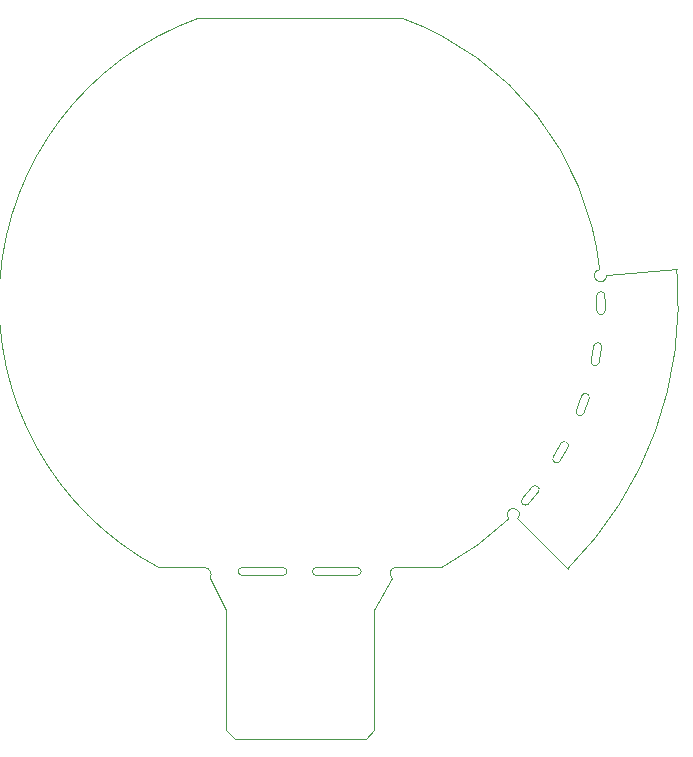
<source format=gm1>
%TF.GenerationSoftware,KiCad,Pcbnew,8.0.9-8.0.9-0~ubuntu20.04.1*%
%TF.CreationDate,2025-05-20T18:40:30+02:00*%
%TF.ProjectId,tobo,746f626f-2e6b-4696-9361-645f70636258,rev?*%
%TF.SameCoordinates,Original*%
%TF.FileFunction,Profile,NP*%
%FSLAX46Y46*%
G04 Gerber Fmt 4.6, Leading zero omitted, Abs format (unit mm)*
G04 Created by KiCad (PCBNEW 8.0.9-8.0.9-0~ubuntu20.04.1) date 2025-05-20 18:40:30*
%MOMM*%
%LPD*%
G01*
G04 APERTURE LIST*
%TA.AperFunction,Profile*%
%ADD10C,0.050000*%
%TD*%
G04 APERTURE END LIST*
D10*
X141350000Y-112500000D02*
X144818990Y-112500000D01*
X160183015Y-106089000D02*
G75*
G02*
X159303242Y-107139490I-20509715J16283000D01*
G01*
X165935747Y-87744274D02*
X171882161Y-87226596D01*
X165935747Y-87744274D02*
G75*
G02*
X165351108Y-87276763I-520847J-52026D01*
G01*
X157669999Y-108379999D02*
G75*
G02*
X151998185Y-112496595I-17669999J18379999D01*
G01*
X157669999Y-108379999D02*
G75*
G02*
X158402173Y-108387873I370001J359999D01*
G01*
X163827934Y-97957826D02*
G75*
G02*
X164475312Y-98172927I307766J-155474D01*
G01*
X165800388Y-89424893D02*
G75*
G02*
X165801686Y-90795123I-26176388J-709907D01*
G01*
X128000000Y-112500000D02*
G75*
G02*
X131380359Y-66001004I12000000J22500000D01*
G01*
X133750000Y-126300000D02*
X134450000Y-127000000D01*
X146250000Y-116100000D02*
X147733826Y-113354518D01*
X161990237Y-103499177D02*
G75*
G02*
X161410646Y-103144628I-277437J197477D01*
G01*
X148100000Y-112500000D02*
X152000000Y-112499999D01*
X164007860Y-99460961D02*
G75*
G02*
X163375384Y-99212404I-307560J146361D01*
G01*
X164475288Y-98172923D02*
G75*
G02*
X164007861Y-99460961I-24841288J8286023D01*
G01*
X144818990Y-112500000D02*
G75*
G02*
X144801741Y-113179198I-8590J-339600D01*
G01*
X135070000Y-112500000D02*
X138538990Y-112500000D01*
X138538990Y-112500000D02*
G75*
G02*
X138521741Y-113179198I-8590J-339600D01*
G01*
X163829122Y-97957380D02*
G75*
G02*
X163373848Y-99211922I-24194122J8070180D01*
G01*
X159303241Y-107139490D02*
G75*
G02*
X158793972Y-106689643I-238941J242690D01*
G01*
X135087251Y-113179272D02*
G75*
G02*
X135069998Y-112499927I-8651J339672D01*
G01*
X165292841Y-95173271D02*
G75*
G02*
X164626955Y-95038337I-328241J90671D01*
G01*
X135089281Y-113179272D02*
X138521739Y-113179272D01*
X133750000Y-116100000D02*
X133750000Y-126300000D01*
X147733826Y-113354518D02*
G75*
G02*
X148100000Y-112500000I376174J344518D01*
G01*
X162074061Y-101987634D02*
G75*
G02*
X162674174Y-102311856I276039J-206566D01*
G01*
X165119470Y-89443352D02*
G75*
G02*
X165120734Y-90777948I-25496770J-691448D01*
G01*
X171882161Y-87226596D02*
G75*
G02*
X162647002Y-112611441I-31882161J-2773404D01*
G01*
X131380359Y-66001004D02*
X148620000Y-66000001D01*
X165118507Y-89444177D02*
G75*
G02*
X165800437Y-89424885I342393J-40823D01*
G01*
X148618610Y-66003870D02*
G75*
G02*
X165351115Y-87276832I-8618610J-23996130D01*
G01*
X146250000Y-126300000D02*
X146250000Y-116100000D01*
X165529502Y-93823633D02*
G75*
G02*
X165292839Y-95173271I-25904302J3846833D01*
G01*
X131900000Y-112500001D02*
G75*
G02*
X132361844Y-113417041I-50000J-599999D01*
G01*
X158402173Y-108387873D02*
X162647002Y-112611441D01*
X159648269Y-105665467D02*
G75*
G02*
X160183009Y-106088997I236031J-251333D01*
G01*
X141367251Y-113179272D02*
G75*
G02*
X141349998Y-112499927I-8651J339672D01*
G01*
X134450000Y-127000000D02*
X145550000Y-127000000D01*
X159649537Y-105665454D02*
G75*
G02*
X158792642Y-106688625I-19975737J15859054D01*
G01*
X164855724Y-93723571D02*
G75*
G02*
X164625216Y-95038111I-25228924J3746471D01*
G01*
X162075308Y-101987401D02*
G75*
G02*
X161409105Y-103143827I-22424908J12148601D01*
G01*
X141369281Y-113179272D02*
X144801739Y-113179272D01*
X128000000Y-112500000D02*
X131900000Y-112500000D01*
X162674229Y-102311875D02*
G75*
G02*
X161990237Y-103499177I-23025829J12474275D01*
G01*
X164854632Y-93724216D02*
G75*
G02*
X165529492Y-93823634I330068J-99684D01*
G01*
X133750000Y-116100000D02*
X132361844Y-113417041D01*
X165801684Y-90795123D02*
G75*
G02*
X165122313Y-90777876I-339084J32323D01*
G01*
X145550000Y-127000000D02*
X146250000Y-126300000D01*
M02*

</source>
